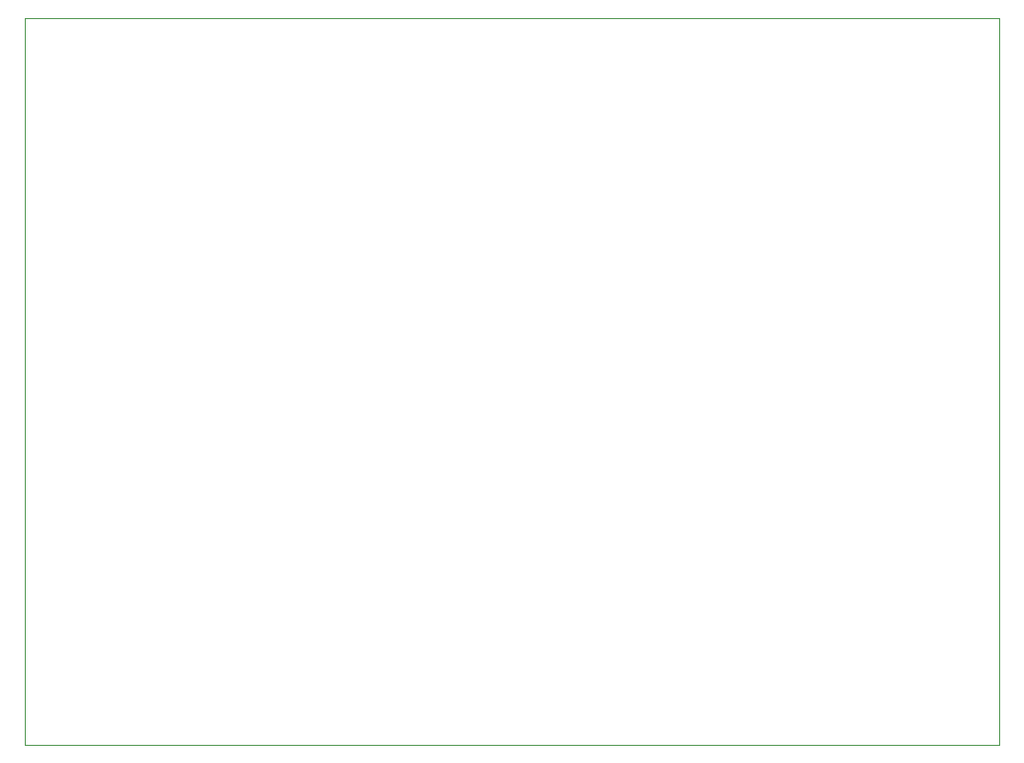
<source format=gbr>
%TF.GenerationSoftware,Altium Limited,Altium Designer,21.8.1 (53)*%
G04 Layer_Color=0*
%FSLAX43Y43*%
%MOMM*%
%TF.SameCoordinates,EC881490-E286-48FB-906B-DE43019234B0*%
%TF.FilePolarity,Positive*%
%TF.FileFunction,Profile,NP*%
%TF.Part,Single*%
G01*
G75*
%TA.AperFunction,Profile*%
%ADD40C,0.025*%
D40*
X0Y0D02*
Y64500D01*
X86500D01*
Y0D01*
X0D01*
%TF.MD5,849dcdce69bce53b80b5932c2e70435b*%
M02*

</source>
